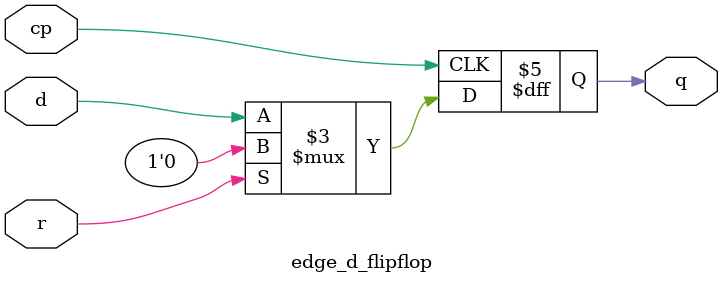
<source format=v>
module edge_d_flipflop(d,cp,r,q); 
    input d,cp,r;
    output q;
    reg q;
    always@(posedge cp)
    begin 
        if(r)
            q <= 0;
        else
            q <= d;
    end
endmodule
</source>
